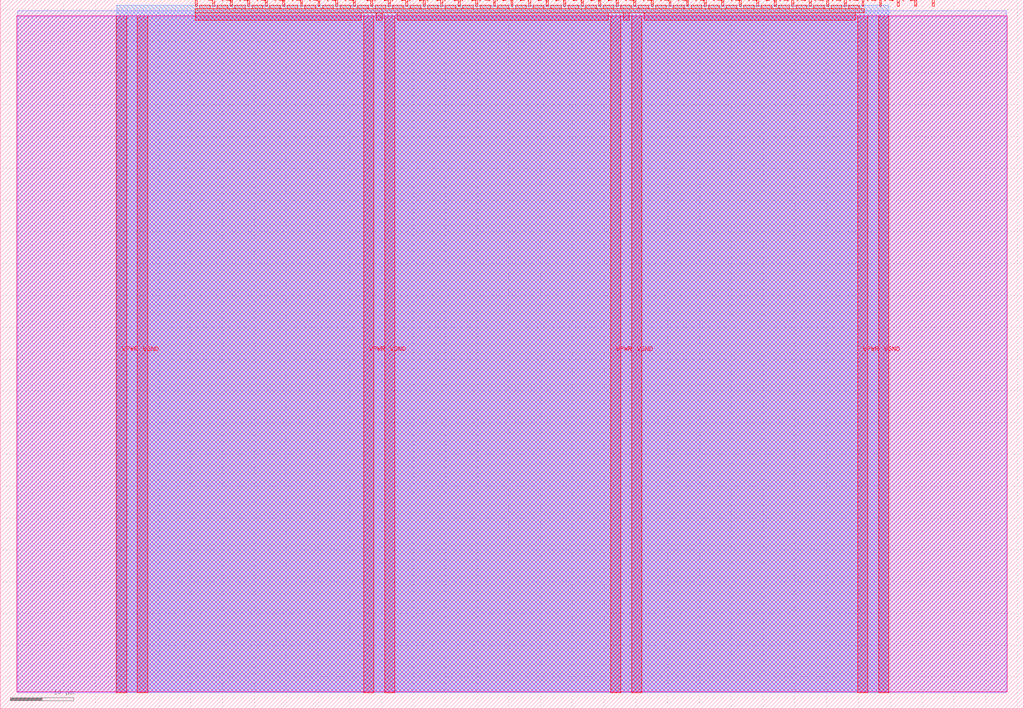
<source format=lef>
VERSION 5.7 ;
  NOWIREEXTENSIONATPIN ON ;
  DIVIDERCHAR "/" ;
  BUSBITCHARS "[]" ;
MACRO tt_um_wokwi_413923188546028545
  CLASS BLOCK ;
  FOREIGN tt_um_wokwi_413923188546028545 ;
  ORIGIN 0.000 0.000 ;
  SIZE 161.000 BY 111.520 ;
  PIN VGND
    DIRECTION INOUT ;
    USE GROUND ;
    PORT
      LAYER met4 ;
        RECT 21.580 2.480 23.180 109.040 ;
    END
    PORT
      LAYER met4 ;
        RECT 60.450 2.480 62.050 109.040 ;
    END
    PORT
      LAYER met4 ;
        RECT 99.320 2.480 100.920 109.040 ;
    END
    PORT
      LAYER met4 ;
        RECT 138.190 2.480 139.790 109.040 ;
    END
  END VGND
  PIN VPWR
    DIRECTION INOUT ;
    USE POWER ;
    PORT
      LAYER met4 ;
        RECT 18.280 2.480 19.880 109.040 ;
    END
    PORT
      LAYER met4 ;
        RECT 57.150 2.480 58.750 109.040 ;
    END
    PORT
      LAYER met4 ;
        RECT 96.020 2.480 97.620 109.040 ;
    END
    PORT
      LAYER met4 ;
        RECT 134.890 2.480 136.490 109.040 ;
    END
  END VPWR
  PIN clk
    DIRECTION INPUT ;
    USE SIGNAL ;
    PORT
      LAYER met4 ;
        RECT 143.830 110.520 144.130 111.520 ;
    END
  END clk
  PIN ena
    DIRECTION INPUT ;
    USE SIGNAL ;
    PORT
      LAYER met4 ;
        RECT 146.590 110.520 146.890 111.520 ;
    END
  END ena
  PIN rst_n
    DIRECTION INPUT ;
    USE SIGNAL ;
    PORT
      LAYER met4 ;
        RECT 141.070 110.520 141.370 111.520 ;
    END
  END rst_n
  PIN ui_in[0]
    DIRECTION INPUT ;
    USE SIGNAL ;
    PORT
      LAYER met4 ;
        RECT 138.310 110.520 138.610 111.520 ;
    END
  END ui_in[0]
  PIN ui_in[1]
    DIRECTION INPUT ;
    USE SIGNAL ;
    ANTENNAGATEAREA 0.196500 ;
    PORT
      LAYER met4 ;
        RECT 135.550 110.520 135.850 111.520 ;
    END
  END ui_in[1]
  PIN ui_in[2]
    DIRECTION INPUT ;
    USE SIGNAL ;
    ANTENNAGATEAREA 0.196500 ;
    PORT
      LAYER met4 ;
        RECT 132.790 110.520 133.090 111.520 ;
    END
  END ui_in[2]
  PIN ui_in[3]
    DIRECTION INPUT ;
    USE SIGNAL ;
    ANTENNAGATEAREA 0.196500 ;
    PORT
      LAYER met4 ;
        RECT 130.030 110.520 130.330 111.520 ;
    END
  END ui_in[3]
  PIN ui_in[4]
    DIRECTION INPUT ;
    USE SIGNAL ;
    ANTENNAGATEAREA 0.159000 ;
    PORT
      LAYER met4 ;
        RECT 127.270 110.520 127.570 111.520 ;
    END
  END ui_in[4]
  PIN ui_in[5]
    DIRECTION INPUT ;
    USE SIGNAL ;
    ANTENNAGATEAREA 0.196500 ;
    PORT
      LAYER met4 ;
        RECT 124.510 110.520 124.810 111.520 ;
    END
  END ui_in[5]
  PIN ui_in[6]
    DIRECTION INPUT ;
    USE SIGNAL ;
    ANTENNAGATEAREA 0.196500 ;
    PORT
      LAYER met4 ;
        RECT 121.750 110.520 122.050 111.520 ;
    END
  END ui_in[6]
  PIN ui_in[7]
    DIRECTION INPUT ;
    USE SIGNAL ;
    ANTENNAGATEAREA 0.196500 ;
    PORT
      LAYER met4 ;
        RECT 118.990 110.520 119.290 111.520 ;
    END
  END ui_in[7]
  PIN uio_in[0]
    DIRECTION INPUT ;
    USE SIGNAL ;
    PORT
      LAYER met4 ;
        RECT 116.230 110.520 116.530 111.520 ;
    END
  END uio_in[0]
  PIN uio_in[1]
    DIRECTION INPUT ;
    USE SIGNAL ;
    PORT
      LAYER met4 ;
        RECT 113.470 110.520 113.770 111.520 ;
    END
  END uio_in[1]
  PIN uio_in[2]
    DIRECTION INPUT ;
    USE SIGNAL ;
    PORT
      LAYER met4 ;
        RECT 110.710 110.520 111.010 111.520 ;
    END
  END uio_in[2]
  PIN uio_in[3]
    DIRECTION INPUT ;
    USE SIGNAL ;
    PORT
      LAYER met4 ;
        RECT 107.950 110.520 108.250 111.520 ;
    END
  END uio_in[3]
  PIN uio_in[4]
    DIRECTION INPUT ;
    USE SIGNAL ;
    PORT
      LAYER met4 ;
        RECT 105.190 110.520 105.490 111.520 ;
    END
  END uio_in[4]
  PIN uio_in[5]
    DIRECTION INPUT ;
    USE SIGNAL ;
    PORT
      LAYER met4 ;
        RECT 102.430 110.520 102.730 111.520 ;
    END
  END uio_in[5]
  PIN uio_in[6]
    DIRECTION INPUT ;
    USE SIGNAL ;
    PORT
      LAYER met4 ;
        RECT 99.670 110.520 99.970 111.520 ;
    END
  END uio_in[6]
  PIN uio_in[7]
    DIRECTION INPUT ;
    USE SIGNAL ;
    PORT
      LAYER met4 ;
        RECT 96.910 110.520 97.210 111.520 ;
    END
  END uio_in[7]
  PIN uio_oe[0]
    DIRECTION OUTPUT ;
    USE SIGNAL ;
    PORT
      LAYER met4 ;
        RECT 49.990 110.520 50.290 111.520 ;
    END
  END uio_oe[0]
  PIN uio_oe[1]
    DIRECTION OUTPUT ;
    USE SIGNAL ;
    PORT
      LAYER met4 ;
        RECT 47.230 110.520 47.530 111.520 ;
    END
  END uio_oe[1]
  PIN uio_oe[2]
    DIRECTION OUTPUT ;
    USE SIGNAL ;
    PORT
      LAYER met4 ;
        RECT 44.470 110.520 44.770 111.520 ;
    END
  END uio_oe[2]
  PIN uio_oe[3]
    DIRECTION OUTPUT ;
    USE SIGNAL ;
    PORT
      LAYER met4 ;
        RECT 41.710 110.520 42.010 111.520 ;
    END
  END uio_oe[3]
  PIN uio_oe[4]
    DIRECTION OUTPUT ;
    USE SIGNAL ;
    PORT
      LAYER met4 ;
        RECT 38.950 110.520 39.250 111.520 ;
    END
  END uio_oe[4]
  PIN uio_oe[5]
    DIRECTION OUTPUT ;
    USE SIGNAL ;
    PORT
      LAYER met4 ;
        RECT 36.190 110.520 36.490 111.520 ;
    END
  END uio_oe[5]
  PIN uio_oe[6]
    DIRECTION OUTPUT ;
    USE SIGNAL ;
    PORT
      LAYER met4 ;
        RECT 33.430 110.520 33.730 111.520 ;
    END
  END uio_oe[6]
  PIN uio_oe[7]
    DIRECTION OUTPUT ;
    USE SIGNAL ;
    PORT
      LAYER met4 ;
        RECT 30.670 110.520 30.970 111.520 ;
    END
  END uio_oe[7]
  PIN uio_out[0]
    DIRECTION OUTPUT ;
    USE SIGNAL ;
    PORT
      LAYER met4 ;
        RECT 72.070 110.520 72.370 111.520 ;
    END
  END uio_out[0]
  PIN uio_out[1]
    DIRECTION OUTPUT ;
    USE SIGNAL ;
    PORT
      LAYER met4 ;
        RECT 69.310 110.520 69.610 111.520 ;
    END
  END uio_out[1]
  PIN uio_out[2]
    DIRECTION OUTPUT ;
    USE SIGNAL ;
    PORT
      LAYER met4 ;
        RECT 66.550 110.520 66.850 111.520 ;
    END
  END uio_out[2]
  PIN uio_out[3]
    DIRECTION OUTPUT ;
    USE SIGNAL ;
    PORT
      LAYER met4 ;
        RECT 63.790 110.520 64.090 111.520 ;
    END
  END uio_out[3]
  PIN uio_out[4]
    DIRECTION OUTPUT ;
    USE SIGNAL ;
    PORT
      LAYER met4 ;
        RECT 61.030 110.520 61.330 111.520 ;
    END
  END uio_out[4]
  PIN uio_out[5]
    DIRECTION OUTPUT ;
    USE SIGNAL ;
    PORT
      LAYER met4 ;
        RECT 58.270 110.520 58.570 111.520 ;
    END
  END uio_out[5]
  PIN uio_out[6]
    DIRECTION OUTPUT ;
    USE SIGNAL ;
    PORT
      LAYER met4 ;
        RECT 55.510 110.520 55.810 111.520 ;
    END
  END uio_out[6]
  PIN uio_out[7]
    DIRECTION OUTPUT ;
    USE SIGNAL ;
    PORT
      LAYER met4 ;
        RECT 52.750 110.520 53.050 111.520 ;
    END
  END uio_out[7]
  PIN uo_out[0]
    DIRECTION OUTPUT ;
    USE SIGNAL ;
    ANTENNADIFFAREA 0.445500 ;
    PORT
      LAYER met4 ;
        RECT 94.150 110.520 94.450 111.520 ;
    END
  END uo_out[0]
  PIN uo_out[1]
    DIRECTION OUTPUT ;
    USE SIGNAL ;
    ANTENNADIFFAREA 0.445500 ;
    PORT
      LAYER met4 ;
        RECT 91.390 110.520 91.690 111.520 ;
    END
  END uo_out[1]
  PIN uo_out[2]
    DIRECTION OUTPUT ;
    USE SIGNAL ;
    ANTENNADIFFAREA 0.445500 ;
    PORT
      LAYER met4 ;
        RECT 88.630 110.520 88.930 111.520 ;
    END
  END uo_out[2]
  PIN uo_out[3]
    DIRECTION OUTPUT ;
    USE SIGNAL ;
    ANTENNADIFFAREA 0.445500 ;
    PORT
      LAYER met4 ;
        RECT 85.870 110.520 86.170 111.520 ;
    END
  END uo_out[3]
  PIN uo_out[4]
    DIRECTION OUTPUT ;
    USE SIGNAL ;
    ANTENNADIFFAREA 0.445500 ;
    PORT
      LAYER met4 ;
        RECT 83.110 110.520 83.410 111.520 ;
    END
  END uo_out[4]
  PIN uo_out[5]
    DIRECTION OUTPUT ;
    USE SIGNAL ;
    ANTENNADIFFAREA 0.445500 ;
    PORT
      LAYER met4 ;
        RECT 80.350 110.520 80.650 111.520 ;
    END
  END uo_out[5]
  PIN uo_out[6]
    DIRECTION OUTPUT ;
    USE SIGNAL ;
    ANTENNADIFFAREA 0.445500 ;
    PORT
      LAYER met4 ;
        RECT 77.590 110.520 77.890 111.520 ;
    END
  END uo_out[6]
  PIN uo_out[7]
    DIRECTION OUTPUT ;
    USE SIGNAL ;
    ANTENNADIFFAREA 0.445500 ;
    PORT
      LAYER met4 ;
        RECT 74.830 110.520 75.130 111.520 ;
    END
  END uo_out[7]
  OBS
      LAYER nwell ;
        RECT 2.570 2.635 158.430 108.990 ;
      LAYER li1 ;
        RECT 2.760 2.635 158.240 108.885 ;
      LAYER met1 ;
        RECT 2.760 2.480 158.240 109.780 ;
      LAYER met2 ;
        RECT 18.310 2.535 139.760 110.685 ;
      LAYER met3 ;
        RECT 18.290 2.555 139.780 110.665 ;
      LAYER met4 ;
        RECT 31.370 110.120 33.030 110.665 ;
        RECT 34.130 110.120 35.790 110.665 ;
        RECT 36.890 110.120 38.550 110.665 ;
        RECT 39.650 110.120 41.310 110.665 ;
        RECT 42.410 110.120 44.070 110.665 ;
        RECT 45.170 110.120 46.830 110.665 ;
        RECT 47.930 110.120 49.590 110.665 ;
        RECT 50.690 110.120 52.350 110.665 ;
        RECT 53.450 110.120 55.110 110.665 ;
        RECT 56.210 110.120 57.870 110.665 ;
        RECT 58.970 110.120 60.630 110.665 ;
        RECT 61.730 110.120 63.390 110.665 ;
        RECT 64.490 110.120 66.150 110.665 ;
        RECT 67.250 110.120 68.910 110.665 ;
        RECT 70.010 110.120 71.670 110.665 ;
        RECT 72.770 110.120 74.430 110.665 ;
        RECT 75.530 110.120 77.190 110.665 ;
        RECT 78.290 110.120 79.950 110.665 ;
        RECT 81.050 110.120 82.710 110.665 ;
        RECT 83.810 110.120 85.470 110.665 ;
        RECT 86.570 110.120 88.230 110.665 ;
        RECT 89.330 110.120 90.990 110.665 ;
        RECT 92.090 110.120 93.750 110.665 ;
        RECT 94.850 110.120 96.510 110.665 ;
        RECT 97.610 110.120 99.270 110.665 ;
        RECT 100.370 110.120 102.030 110.665 ;
        RECT 103.130 110.120 104.790 110.665 ;
        RECT 105.890 110.120 107.550 110.665 ;
        RECT 108.650 110.120 110.310 110.665 ;
        RECT 111.410 110.120 113.070 110.665 ;
        RECT 114.170 110.120 115.830 110.665 ;
        RECT 116.930 110.120 118.590 110.665 ;
        RECT 119.690 110.120 121.350 110.665 ;
        RECT 122.450 110.120 124.110 110.665 ;
        RECT 125.210 110.120 126.870 110.665 ;
        RECT 127.970 110.120 129.630 110.665 ;
        RECT 130.730 110.120 132.390 110.665 ;
        RECT 133.490 110.120 135.150 110.665 ;
        RECT 30.655 109.440 135.865 110.120 ;
        RECT 30.655 108.295 56.750 109.440 ;
        RECT 59.150 108.295 60.050 109.440 ;
        RECT 62.450 108.295 95.620 109.440 ;
        RECT 98.020 108.295 98.920 109.440 ;
        RECT 101.320 108.295 134.490 109.440 ;
  END
END tt_um_wokwi_413923188546028545
END LIBRARY


</source>
